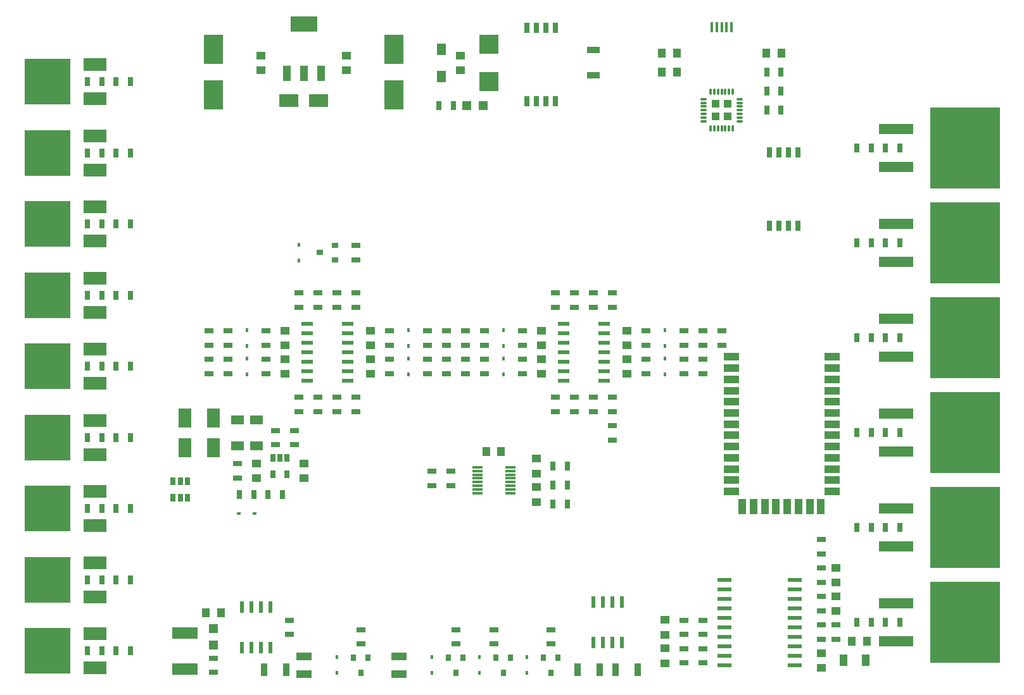
<source format=gbr>
G04 #@! TF.FileFunction,Paste,Top*
%FSLAX46Y46*%
G04 Gerber Fmt 4.6, Leading zero omitted, Abs format (unit mm)*
G04 Created by KiCad (PCBNEW 4.0.4-stable) date 05/15/17 18:30:56*
%MOMM*%
%LPD*%
G01*
G04 APERTURE LIST*
%ADD10C,0.100000*%
%ADD11R,3.048000X1.651000*%
%ADD12R,6.096000X6.096000*%
%ADD13R,1.000000X1.250000*%
%ADD14R,1.250000X1.000000*%
%ADD15R,2.500000X4.000000*%
%ADD16R,2.500000X2.550000*%
%ADD17R,1.000000X1.600000*%
%ADD18R,0.450000X0.600000*%
%ADD19R,1.200000X1.200000*%
%ADD20R,1.800000X2.500000*%
%ADD21R,1.700000X1.300000*%
%ADD22R,2.500000X1.800000*%
%ADD23R,1.500000X0.600000*%
%ADD24O,0.300000X0.850000*%
%ADD25O,0.850000X0.300000*%
%ADD26R,1.005000X1.005000*%
%ADD27R,0.650000X1.060000*%
%ADD28R,2.000000X1.000000*%
%ADD29R,1.000000X2.000000*%
%ADD30R,1.950000X0.600000*%
%ADD31R,0.600000X1.550000*%
%ADD32R,1.198880X1.600200*%
%ADD33R,0.800000X0.900000*%
%ADD34R,0.900000X0.800000*%
%ADD35R,1.300000X0.700000*%
%ADD36R,0.700000X1.300000*%
%ADD37R,0.900000X1.700000*%
%ADD38R,1.700000X0.900000*%
%ADD39R,3.657600X2.032000*%
%ADD40R,1.016000X2.032000*%
%ADD41R,0.400000X1.350000*%
%ADD42R,2.029460X1.140460*%
%ADD43R,0.690000X1.350000*%
%ADD44R,3.500000X1.600000*%
%ADD45R,1.400000X0.300000*%
%ADD46R,9.400000X10.800000*%
%ADD47R,4.600000X1.390000*%
%ADD48R,0.600000X0.450000*%
G04 APERTURE END LIST*
D10*
D11*
X20320000Y-70866000D03*
D12*
X13970000Y-68580000D03*
D11*
X20320000Y-66294000D03*
D13*
X112125000Y-7620000D03*
X110125000Y-7620000D03*
D14*
X45720000Y-46720000D03*
X45720000Y-44720000D03*
X80010000Y-46720000D03*
X80010000Y-44720000D03*
D13*
X98155000Y-7620000D03*
X96155000Y-7620000D03*
X35195000Y-82550000D03*
X37195000Y-82550000D03*
X98155000Y-10160000D03*
X96155000Y-10160000D03*
D15*
X36195000Y-13210000D03*
X36195000Y-7110000D03*
D14*
X42545000Y-9890000D03*
X42545000Y-7890000D03*
X53975000Y-9890000D03*
X53975000Y-7890000D03*
X45720000Y-48530000D03*
X45720000Y-50530000D03*
X80010000Y-48530000D03*
X80010000Y-50530000D03*
D15*
X60325000Y-13210000D03*
X60325000Y-7110000D03*
D14*
X69215000Y-7890000D03*
X69215000Y-9890000D03*
D16*
X73025000Y-6365000D03*
X73025000Y-11415000D03*
D14*
X57150000Y-48530000D03*
X57150000Y-50530000D03*
X91440000Y-48530000D03*
X91440000Y-50530000D03*
X57150000Y-46720000D03*
X57150000Y-44720000D03*
X91440000Y-46720000D03*
X91440000Y-44720000D03*
D17*
X120420000Y-88900000D03*
X123420000Y-88900000D03*
D14*
X117475000Y-89900000D03*
X117475000Y-87900000D03*
D13*
X121555000Y-86360000D03*
X123555000Y-86360000D03*
D14*
X119380000Y-78470000D03*
X119380000Y-76470000D03*
X119380000Y-82280000D03*
X119380000Y-80280000D03*
X96520000Y-87265000D03*
X96520000Y-89265000D03*
X96520000Y-85455000D03*
X96520000Y-83455000D03*
D18*
X40640000Y-46770000D03*
X40640000Y-44670000D03*
X74930000Y-46770000D03*
X74930000Y-44670000D03*
D19*
X36195000Y-86825000D03*
X36195000Y-84625000D03*
D20*
X36195000Y-60420000D03*
X36195000Y-56420000D03*
D21*
X39370000Y-60170000D03*
X39370000Y-56670000D03*
D20*
X32385000Y-56420000D03*
X32385000Y-60420000D03*
D21*
X41910000Y-56670000D03*
X41910000Y-60170000D03*
D22*
X46260000Y-13970000D03*
X50260000Y-13970000D03*
D18*
X40640000Y-48480000D03*
X40640000Y-50580000D03*
X74930000Y-48480000D03*
X74930000Y-50580000D03*
D19*
X70020000Y-14605000D03*
X72220000Y-14605000D03*
D18*
X62230000Y-48480000D03*
X62230000Y-50580000D03*
X96520000Y-48480000D03*
X96520000Y-50580000D03*
X52705000Y-88485000D03*
X52705000Y-90585000D03*
X78105000Y-88485000D03*
X78105000Y-90585000D03*
X47625000Y-35340000D03*
X47625000Y-33240000D03*
X62230000Y-46770000D03*
X62230000Y-44670000D03*
X96520000Y-46770000D03*
X96520000Y-44670000D03*
X65405000Y-88485000D03*
X65405000Y-90585000D03*
D23*
X48735000Y-43815000D03*
X48735000Y-45085000D03*
X48735000Y-46355000D03*
X48735000Y-47625000D03*
X48735000Y-48895000D03*
X48735000Y-50165000D03*
X48735000Y-51435000D03*
X54135000Y-51435000D03*
X54135000Y-50165000D03*
X54135000Y-48895000D03*
X54135000Y-47625000D03*
X54135000Y-46355000D03*
X54135000Y-45085000D03*
X54135000Y-43815000D03*
D24*
X105640000Y-12790000D03*
X105140000Y-12790000D03*
X104640000Y-12790000D03*
X104140000Y-12790000D03*
X103640000Y-12790000D03*
X103140000Y-12790000D03*
X102640000Y-12790000D03*
D25*
X101690000Y-13740000D03*
X101690000Y-14240000D03*
X101690000Y-14740000D03*
X101690000Y-15240000D03*
X101690000Y-15740000D03*
X101690000Y-16240000D03*
X101690000Y-16740000D03*
D24*
X102640000Y-17690000D03*
X103140000Y-17690000D03*
X103640000Y-17690000D03*
X104140000Y-17690000D03*
X104640000Y-17690000D03*
X105140000Y-17690000D03*
X105640000Y-17690000D03*
D25*
X106590000Y-16740000D03*
X106590000Y-16240000D03*
X106590000Y-15740000D03*
X106590000Y-15240000D03*
X106590000Y-14740000D03*
X106590000Y-14240000D03*
X106590000Y-13740000D03*
D26*
X103302500Y-16077500D03*
X104977500Y-16077500D03*
X103302500Y-14402500D03*
X104977500Y-14402500D03*
D27*
X32700000Y-64940000D03*
X31750000Y-64940000D03*
X30800000Y-64940000D03*
X30800000Y-67140000D03*
X32700000Y-67140000D03*
X31750000Y-67140000D03*
D28*
X105410000Y-48260000D03*
X105410000Y-49760000D03*
X105410000Y-51260000D03*
X105410000Y-52760000D03*
X105410000Y-54260000D03*
X105410000Y-55760000D03*
X105410000Y-57260000D03*
X105410000Y-58760000D03*
X105410000Y-60260000D03*
X105410000Y-61760000D03*
X105410000Y-63260000D03*
X105410000Y-64760000D03*
X105410000Y-66260000D03*
D29*
X106910000Y-68260000D03*
X108410000Y-68260000D03*
X109910000Y-68260000D03*
X111410000Y-68260000D03*
X112910000Y-68260000D03*
X114410000Y-68260000D03*
X115910000Y-68260000D03*
X117410000Y-68260000D03*
D28*
X118910000Y-66260000D03*
X118910000Y-64760000D03*
X118910000Y-63260000D03*
X118910000Y-61760000D03*
X118910000Y-60260000D03*
X118910000Y-58760000D03*
X118910000Y-57260000D03*
X118910000Y-55760000D03*
X118910000Y-54260000D03*
X118910000Y-52760000D03*
X118910000Y-51260000D03*
X118910000Y-49760000D03*
X118910000Y-48260000D03*
D23*
X83025000Y-43815000D03*
X83025000Y-45085000D03*
X83025000Y-46355000D03*
X83025000Y-47625000D03*
X83025000Y-48895000D03*
X83025000Y-50165000D03*
X83025000Y-51435000D03*
X88425000Y-51435000D03*
X88425000Y-50165000D03*
X88425000Y-48895000D03*
X88425000Y-47625000D03*
X88425000Y-46355000D03*
X88425000Y-45085000D03*
X88425000Y-43815000D03*
D30*
X113920000Y-89535000D03*
X113920000Y-88265000D03*
X113920000Y-86995000D03*
X113920000Y-85725000D03*
X113920000Y-84455000D03*
X113920000Y-83185000D03*
X113920000Y-81915000D03*
X113920000Y-80645000D03*
X113920000Y-79375000D03*
X113920000Y-78105000D03*
X104520000Y-78105000D03*
X104520000Y-79375000D03*
X104520000Y-80645000D03*
X104520000Y-81915000D03*
X104520000Y-83185000D03*
X104520000Y-84455000D03*
X104520000Y-85725000D03*
X104520000Y-86995000D03*
X104520000Y-88265000D03*
X104520000Y-89535000D03*
D31*
X43815000Y-81755000D03*
X42545000Y-81755000D03*
X41275000Y-81755000D03*
X40005000Y-81755000D03*
X40005000Y-87155000D03*
X41275000Y-87155000D03*
X42545000Y-87155000D03*
X43815000Y-87155000D03*
X90805000Y-81120000D03*
X89535000Y-81120000D03*
X88265000Y-81120000D03*
X86995000Y-81120000D03*
X86995000Y-86520000D03*
X88265000Y-86520000D03*
X89535000Y-86520000D03*
X90805000Y-86520000D03*
D32*
X66675000Y-10690860D03*
X66675000Y-7089140D03*
D11*
X20320000Y-61341000D03*
D12*
X13970000Y-59055000D03*
D11*
X20320000Y-56769000D03*
X20320000Y-51816000D03*
D12*
X13970000Y-49530000D03*
D11*
X20320000Y-47244000D03*
X20320000Y-42291000D03*
D12*
X13970000Y-40005000D03*
D11*
X20320000Y-37719000D03*
X20320000Y-32766000D03*
D12*
X13970000Y-30480000D03*
D11*
X20320000Y-28194000D03*
X20320000Y-23241000D03*
D12*
X13970000Y-20955000D03*
D11*
X20320000Y-18669000D03*
X20320000Y-13716000D03*
D12*
X13970000Y-11430000D03*
D11*
X20320000Y-9144000D03*
X20320000Y-80391000D03*
D12*
X13970000Y-78105000D03*
D11*
X20320000Y-75819000D03*
D33*
X56830000Y-88535000D03*
X54930000Y-88535000D03*
X55880000Y-90535000D03*
X82230000Y-88535000D03*
X80330000Y-88535000D03*
X81280000Y-90535000D03*
D34*
X52435000Y-35240000D03*
X52435000Y-33340000D03*
X50435000Y-34290000D03*
D33*
X69530000Y-88535000D03*
X67630000Y-88535000D03*
X68580000Y-90535000D03*
D35*
X35560000Y-46670000D03*
X35560000Y-44770000D03*
X69850000Y-46670000D03*
X69850000Y-44770000D03*
D36*
X25080000Y-59055000D03*
X23180000Y-59055000D03*
D35*
X38100000Y-44770000D03*
X38100000Y-46670000D03*
X72390000Y-44770000D03*
X72390000Y-46670000D03*
D36*
X112075000Y-10160000D03*
X110175000Y-10160000D03*
D35*
X36195000Y-90485000D03*
X36195000Y-88585000D03*
X43180000Y-44770000D03*
X43180000Y-46670000D03*
X77470000Y-44770000D03*
X77470000Y-46670000D03*
D36*
X25080000Y-49530000D03*
X23180000Y-49530000D03*
X25080000Y-40005000D03*
X23180000Y-40005000D03*
D35*
X50165000Y-41590000D03*
X50165000Y-39690000D03*
X84455000Y-41590000D03*
X84455000Y-39690000D03*
D36*
X25080000Y-30480000D03*
X23180000Y-30480000D03*
D35*
X47625000Y-39690000D03*
X47625000Y-41590000D03*
X81915000Y-39690000D03*
X81915000Y-41590000D03*
X35560000Y-48580000D03*
X35560000Y-50480000D03*
X69850000Y-48580000D03*
X69850000Y-50480000D03*
D36*
X25080000Y-20955000D03*
X23180000Y-20955000D03*
D35*
X38100000Y-50480000D03*
X38100000Y-48580000D03*
X72390000Y-50480000D03*
X72390000Y-48580000D03*
X43180000Y-50480000D03*
X43180000Y-48580000D03*
X77470000Y-50480000D03*
X77470000Y-48580000D03*
D36*
X25080000Y-11430000D03*
X23180000Y-11430000D03*
X110175000Y-12700000D03*
X112075000Y-12700000D03*
X112075000Y-15240000D03*
X110175000Y-15240000D03*
X68260000Y-14605000D03*
X66360000Y-14605000D03*
X122240000Y-83820000D03*
X124140000Y-83820000D03*
X126050000Y-83820000D03*
X127950000Y-83820000D03*
X25080000Y-78105000D03*
X23180000Y-78105000D03*
D35*
X50165000Y-53660000D03*
X50165000Y-55560000D03*
X84455000Y-53660000D03*
X84455000Y-55560000D03*
X47625000Y-55560000D03*
X47625000Y-53660000D03*
X81915000Y-55560000D03*
X81915000Y-53660000D03*
D36*
X122240000Y-71120000D03*
X124140000Y-71120000D03*
X126050000Y-71120000D03*
X127950000Y-71120000D03*
X25080000Y-68580000D03*
X23180000Y-68580000D03*
D35*
X67310000Y-48580000D03*
X67310000Y-50480000D03*
X101600000Y-48580000D03*
X101600000Y-50480000D03*
X64770000Y-50480000D03*
X64770000Y-48580000D03*
X99060000Y-50480000D03*
X99060000Y-48580000D03*
D36*
X122240000Y-58420000D03*
X124140000Y-58420000D03*
X126050000Y-58420000D03*
X127950000Y-58420000D03*
D35*
X59690000Y-50480000D03*
X59690000Y-48580000D03*
X93980000Y-50480000D03*
X93980000Y-48580000D03*
X55880000Y-86675000D03*
X55880000Y-84775000D03*
D36*
X122240000Y-45720000D03*
X124140000Y-45720000D03*
X126050000Y-45720000D03*
X127950000Y-45720000D03*
D35*
X81280000Y-86675000D03*
X81280000Y-84775000D03*
D36*
X122240000Y-33020000D03*
X124140000Y-33020000D03*
X126050000Y-33020000D03*
X127950000Y-33020000D03*
D35*
X52705000Y-53660000D03*
X52705000Y-55560000D03*
X86995000Y-53660000D03*
X86995000Y-55560000D03*
X55245000Y-35240000D03*
X55245000Y-33340000D03*
D36*
X122240000Y-20320000D03*
X124140000Y-20320000D03*
X126050000Y-20320000D03*
X127950000Y-20320000D03*
D35*
X55245000Y-55560000D03*
X55245000Y-53660000D03*
X89535000Y-55560000D03*
X89535000Y-53660000D03*
X67310000Y-46670000D03*
X67310000Y-44770000D03*
X104140000Y-44770000D03*
X104140000Y-46670000D03*
X101600000Y-46670000D03*
X101600000Y-44770000D03*
X64770000Y-44770000D03*
X64770000Y-46670000D03*
X99060000Y-44770000D03*
X99060000Y-46670000D03*
X59690000Y-44770000D03*
X59690000Y-46670000D03*
X93980000Y-44770000D03*
X93980000Y-46670000D03*
X117475000Y-80330000D03*
X117475000Y-82230000D03*
X119380000Y-84140000D03*
X119380000Y-86040000D03*
X52705000Y-41590000D03*
X52705000Y-39690000D03*
X86995000Y-41590000D03*
X86995000Y-39690000D03*
X117475000Y-86040000D03*
X117475000Y-84140000D03*
X117475000Y-76520000D03*
X117475000Y-78420000D03*
X55245000Y-39690000D03*
X55245000Y-41590000D03*
X89535000Y-39690000D03*
X89535000Y-41590000D03*
X117475000Y-74610000D03*
X117475000Y-72710000D03*
X101600000Y-87315000D03*
X101600000Y-89215000D03*
X101600000Y-83505000D03*
X101600000Y-85405000D03*
X46355000Y-83505000D03*
X46355000Y-85405000D03*
X99060000Y-87315000D03*
X99060000Y-89215000D03*
X99060000Y-85405000D03*
X99060000Y-83505000D03*
D37*
X45900000Y-90170000D03*
X43000000Y-90170000D03*
D35*
X68580000Y-86675000D03*
X68580000Y-84775000D03*
D37*
X89990000Y-90170000D03*
X92890000Y-90170000D03*
D38*
X86995000Y-7190000D03*
X86995000Y-10590000D03*
D39*
X48260000Y-3683000D03*
D40*
X48260000Y-10287000D03*
X50546000Y-10287000D03*
X45974000Y-10287000D03*
D41*
X105440900Y-4102540D03*
X104790900Y-4102540D03*
X104140900Y-4102540D03*
X103490900Y-4102540D03*
X102840900Y-4102540D03*
D42*
X60960000Y-88331040D03*
X60960000Y-90738960D03*
X48260000Y-88331040D03*
X48260000Y-90738960D03*
D43*
X78105000Y-14021000D03*
X79375000Y-14021000D03*
X80645000Y-14021000D03*
X81915000Y-14021000D03*
X81915000Y-4191000D03*
X80645000Y-4191000D03*
X79375000Y-4191000D03*
X78105000Y-4191000D03*
D44*
X32385000Y-90068400D03*
X32385000Y-85191600D03*
D36*
X19370000Y-59055000D03*
X21270000Y-59055000D03*
X19370000Y-49530000D03*
X21270000Y-49530000D03*
X19370000Y-40005000D03*
X21270000Y-40005000D03*
X19370000Y-30480000D03*
X21270000Y-30480000D03*
X19370000Y-20955000D03*
X21270000Y-20955000D03*
X19370000Y-11430000D03*
X21270000Y-11430000D03*
D14*
X79375000Y-65675000D03*
X79375000Y-67675000D03*
D13*
X74660000Y-60960000D03*
X72660000Y-60960000D03*
D14*
X79375000Y-61865000D03*
X79375000Y-63865000D03*
D18*
X71755000Y-88485000D03*
X71755000Y-90585000D03*
D45*
X71460000Y-63020000D03*
X71460000Y-63520000D03*
X71460000Y-64020000D03*
X71460000Y-64520000D03*
X71460000Y-65020000D03*
X75860000Y-65020000D03*
X75860000Y-64520000D03*
X75860000Y-64020000D03*
X75860000Y-63520000D03*
X75860000Y-63020000D03*
X71460000Y-65520000D03*
X71460000Y-66020000D03*
X71460000Y-66520000D03*
X75860000Y-65520000D03*
X75860000Y-66020000D03*
X75860000Y-66520000D03*
D11*
X20320000Y-89916000D03*
D12*
X13970000Y-87630000D03*
D11*
X20320000Y-85344000D03*
D33*
X75880000Y-88535000D03*
X73980000Y-88535000D03*
X74930000Y-90535000D03*
D35*
X65405000Y-65466000D03*
X65405000Y-63566000D03*
D36*
X81600000Y-65405000D03*
X83500000Y-65405000D03*
X81600000Y-67945000D03*
X83500000Y-67945000D03*
X19370000Y-87630000D03*
X21270000Y-87630000D03*
X25080000Y-87630000D03*
X23180000Y-87630000D03*
X81600000Y-62865000D03*
X83500000Y-62865000D03*
D35*
X89535000Y-57470000D03*
X89535000Y-59370000D03*
D37*
X87810000Y-90170000D03*
X84910000Y-90170000D03*
D35*
X73660000Y-86675000D03*
X73660000Y-84775000D03*
X67945000Y-65466000D03*
X67945000Y-63566000D03*
D46*
X136660000Y-20320000D03*
D47*
X127500000Y-22860000D03*
X127500000Y-17780000D03*
D46*
X136660000Y-33020000D03*
D47*
X127500000Y-35560000D03*
X127500000Y-30480000D03*
D46*
X136660000Y-45720000D03*
D47*
X127500000Y-48260000D03*
X127500000Y-43180000D03*
D46*
X136660000Y-58420000D03*
D47*
X127500000Y-60960000D03*
X127500000Y-55880000D03*
D46*
X136660000Y-71120000D03*
D47*
X127500000Y-73660000D03*
X127500000Y-68580000D03*
D46*
X136660000Y-83820000D03*
D47*
X127500000Y-86360000D03*
X127500000Y-81280000D03*
D36*
X19370000Y-78105000D03*
X21270000Y-78105000D03*
X19370000Y-68580000D03*
X21270000Y-68580000D03*
D43*
X114300000Y-20904000D03*
X113030000Y-20904000D03*
X111760000Y-20904000D03*
X110490000Y-20904000D03*
X110490000Y-30734000D03*
X111760000Y-30734000D03*
X113030000Y-30734000D03*
X114300000Y-30734000D03*
D14*
X41910000Y-62500000D03*
X41910000Y-64500000D03*
X48260000Y-64500000D03*
X48260000Y-62500000D03*
D48*
X39590000Y-69215000D03*
X41690000Y-69215000D03*
D27*
X46035000Y-61765000D03*
X45085000Y-61765000D03*
X44135000Y-61765000D03*
X44135000Y-63965000D03*
X46035000Y-63965000D03*
D36*
X43500000Y-66675000D03*
X45400000Y-66675000D03*
X41590000Y-66675000D03*
X39690000Y-66675000D03*
D35*
X39370000Y-64450000D03*
X39370000Y-62550000D03*
X46990000Y-60005000D03*
X46990000Y-58105000D03*
X44450000Y-58105000D03*
X44450000Y-60005000D03*
M02*

</source>
